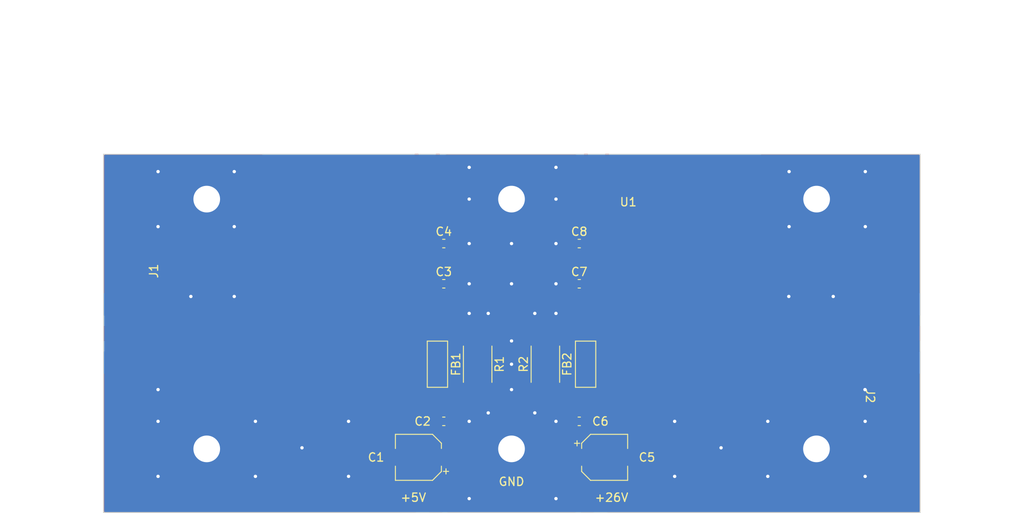
<source format=kicad_pcb>
(kicad_pcb (version 20221018) (generator pcbnew)
  (layers (0 "F.Cu" signal) (1 "In1.Cu" signal) (2 "In2.Cu" signal) (31 "B.Cu" signal) (34 "B.Paste" user) (35 "F.Paste" user) (36 "B.SilkS" user "B.Silkscreen") (37 "F.SilkS" user "F.Silkscreen") (38 "B.Mask" user) (39 "F.Mask" user) (44 "Edge.Cuts" user))
  (net 0 "")
  (net 1 "+5V")
  (net 2 "GND")
  (net 3 "Net-(U1-VS1)")
  (net 4 "+24V")
  (net 5 "Net-(U1-VS2)")
  (net 6 "Net-(J1-In)")
  (net 7 "Net-(J2-In)")
  (footprint "Capacitor_SMD:CP_Elec_5x5.4" (layer "F.Cu") (at 134.1938 121.4358 180)
    (fp_text reference "C1" (at 5.08 0) (layer "F.SilkS"))
    (fp_text value "10uF")
    (fp_line (start -3.625 -1.685) (end -3 -1.685) (stroke (width 0.12)) (layer "F.SilkS"))
    (fp_line (start -3.3125 -1.9975) (end -3.3125 -1.3725) (stroke (width 0.12)) (layer "F.SilkS"))
    (fp_line (start -2.76 -1.695563) (end -2.76 -1.06) (stroke (width 0.12)) (layer "F.SilkS"))
    (fp_line (start -2.76 -1.695563) (end -1.695563 -2.76) (stroke (width 0.12)) (layer "F.SilkS"))
    (fp_line (start -2.76 1.695563) (end -2.76 1.06) (stroke (width 0.12)) (layer "F.SilkS"))
    (fp_line (start -2.76 1.695563) (end -1.695563 2.76) (stroke (width 0.12)) (layer "F.SilkS"))
    (fp_line (start -1.695563 -2.76) (end 2.76 -2.76) (stroke (width 0.12)) (layer "F.SilkS"))
    (fp_line (start -1.695563 2.76) (end 2.76 2.76) (stroke (width 0.12)) (layer "F.SilkS"))
    (fp_line (start 2.76 -2.76) (end 2.76 -1.06) (stroke (width 0.12)) (layer "F.SilkS"))
    (fp_line (start 2.76 2.76) (end 2.76 1.06) (stroke (width 0.12)) (layer "F.SilkS"))
    (pad "1" smd roundrect (at -2.2 0 180) (size 3 1.6) (layers "F.Cu" "F.Paste" "F.Mask") (roundrect_rratio 0.15625) (net 1 "+5V"))
    (pad "2" smd roundrect (at 2.2 0 180) (size 3 1.6) (layers "F.Cu" "F.Paste" "F.Mask") (roundrect_rratio 0.15625) (net 2 "GND"))
  )
  (footprint "Capacitor_SMD:C_0603_1608Metric" (layer "F.Cu") (at 137.2418 117.1178)
    (fp_text reference "C2" (at -2.54 0) (layer "F.SilkS"))
    (fp_text value "10nF")
    (fp_line (start -0.14058 -0.51) (end 0.14058 -0.51) (stroke (width 0.12)) (layer "F.SilkS"))
    (fp_line (start -0.14058 0.51) (end 0.14058 0.51) (stroke (width 0.12)) (layer "F.SilkS"))
    (pad "1" smd roundrect (at -0.775 0) (size 0.9 0.95) (layers "F.Cu" "F.Paste" "F.Mask") (net 1 "+5V"))
    (pad "2" smd roundrect (at 0.775 0) (size 0.9 0.95) (layers "F.Cu" "F.Paste" "F.Mask") (net 2 "GND"))
  )
  (footprint "Capacitor_SMD:C_0603_1608Metric" (layer "F.Cu") (at 137.2418 100.6078)
    (fp_text reference "C3" (at 0 -1.43) (layer "F.SilkS"))
    (fp_text value "100pF")
    (fp_line (start -0.14058 -0.51) (end 0.14058 -0.51) (stroke (width 0.12)) (layer "F.SilkS"))
    (fp_line (start -0.14058 0.51) (end 0.14058 0.51) (stroke (width 0.12)) (layer "F.SilkS"))
    (pad "1" smd roundrect (at -0.775 0) (size 0.9 0.95) (layers "F.Cu" "F.Paste" "F.Mask") (net 3 "Net-(U1-VS1)"))
    (pad "2" smd roundrect (at 0.775 0) (size 0.9 0.95) (layers "F.Cu" "F.Paste" "F.Mask") (net 2 "GND"))
  )
  (footprint "Capacitor_SMD:C_0603_1608Metric" (layer "F.Cu") (at 137.2418 95.7818)
    (fp_text reference "C4" (at 0 -1.43) (layer "F.SilkS"))
    (fp_text value "10pF")
    (fp_line (start -0.14058 -0.51) (end 0.14058 -0.51) (stroke (width 0.12)) (layer "F.SilkS"))
    (fp_line (start -0.14058 0.51) (end 0.14058 0.51) (stroke (width 0.12)) (layer "F.SilkS"))
    (pad "1" smd roundrect (at -0.775 0) (size 0.9 0.95) (layers "F.Cu" "F.Paste" "F.Mask") (net 3 "Net-(U1-VS1)"))
    (pad "2" smd roundrect (at 0.775 0) (size 0.9 0.95) (layers "F.Cu" "F.Paste" "F.Mask") (net 2 "GND"))
  )
  (footprint "Capacitor_SMD:CP_Elec_5x5.4" (layer "F.Cu") (at 156.5458 121.4358)
    (fp_text reference "C5" (at 5.08 0 180) (layer "F.SilkS"))
    (fp_text value "10uF")
    (fp_line (start -3.625 -1.685) (end -3 -1.685) (stroke (width 0.12)) (layer "F.SilkS"))
    (fp_line (start -3.3125 -1.9975) (end -3.3125 -1.3725) (stroke (width 0.12)) (layer "F.SilkS"))
    (fp_line (start -2.76 -1.695563) (end -2.76 -1.06) (stroke (width 0.12)) (layer "F.SilkS"))
    (fp_line (start -2.76 -1.695563) (end -1.695563 -2.76) (stroke (width 0.12)) (layer "F.SilkS"))
    (fp_line (start -2.76 1.695563) (end -2.76 1.06) (stroke (width 0.12)) (layer "F.SilkS"))
    (fp_line (start -2.76 1.695563) (end -1.695563 2.76) (stroke (width 0.12)) (layer "F.SilkS"))
    (fp_line (start -1.695563 -2.76) (end 2.76 -2.76) (stroke (width 0.12)) (layer "F.SilkS"))
    (fp_line (start -1.695563 2.76) (end 2.76 2.76) (stroke (width 0.12)) (layer "F.SilkS"))
    (fp_line (start 2.76 -2.76) (end 2.76 -1.06) (stroke (width 0.12)) (layer "F.SilkS"))
    (fp_line (start 2.76 2.76) (end 2.76 1.06) (stroke (width 0.12)) (layer "F.SilkS"))
    (pad "1" smd roundrect (at -2.2 0) (size 3 1.6) (layers "F.Cu" "F.Paste" "F.Mask") (roundrect_rratio 0.15625) (net 4 "+24V"))
    (pad "2" smd roundrect (at 2.2 0) (size 3 1.6) (layers "F.Cu" "F.Paste" "F.Mask") (roundrect_rratio 0.15625) (net 2 "GND"))
  )
  (footprint "Capacitor_SMD:C_0603_1608Metric" (layer "F.Cu") (at 153.4978 117.1178)
    (fp_text reference "C6" (at 2.54 0) (layer "F.SilkS"))
    (fp_text value "10nF")
    (fp_line (start -0.14058 -0.51) (end 0.14058 -0.51) (stroke (width 0.12)) (layer "F.SilkS"))
    (fp_line (start -0.14058 0.51) (end 0.14058 0.51) (stroke (width 0.12)) (layer "F.SilkS"))
    (pad "1" smd roundrect (at -0.775 0) (size 0.9 0.95) (layers "F.Cu" "F.Paste" "F.Mask") (net 2 "GND"))
    (pad "2" smd roundrect (at 0.775 0) (size 0.9 0.95) (layers "F.Cu" "F.Paste" "F.Mask") (net 4 "+24V"))
  )
  (footprint "Capacitor_SMD:C_0603_1608Metric" (layer "F.Cu") (at 153.4978 100.6078)
    (fp_text reference "C7" (at 0 -1.43) (layer "F.SilkS"))
    (fp_text value "100pF")
    (fp_line (start -0.14058 -0.51) (end 0.14058 -0.51) (stroke (width 0.12)) (layer "F.SilkS"))
    (fp_line (start -0.14058 0.51) (end 0.14058 0.51) (stroke (width 0.12)) (layer "F.SilkS"))
    (pad "1" smd roundrect (at -0.775 0) (size 0.9 0.95) (layers "F.Cu" "F.Paste" "F.Mask") (net 2 "GND"))
    (pad "2" smd roundrect (at 0.775 0) (size 0.9 0.95) (layers "F.Cu" "F.Paste" "F.Mask") (net 5 "Net-(U1-VS2)"))
  )
  (footprint "Capacitor_SMD:C_0603_1608Metric" (layer "F.Cu") (at 153.4978 95.7818)
    (fp_text reference "C8" (at 0 -1.43) (layer "F.SilkS"))
    (fp_text value "10pF")
    (fp_line (start -0.14058 -0.51) (end 0.14058 -0.51) (stroke (width 0.12)) (layer "F.SilkS"))
    (fp_line (start -0.14058 0.51) (end 0.14058 0.51) (stroke (width 0.12)) (layer "F.SilkS"))
    (pad "1" smd roundrect (at -0.775 0) (size 0.9 0.95) (layers "F.Cu" "F.Paste" "F.Mask") (net 2 "GND"))
    (pad "2" smd roundrect (at 0.775 0) (size 0.9 0.95) (layers "F.Cu" "F.Paste" "F.Mask") (net 5 "Net-(U1-VS2)"))
  )
  (footprint "Inductor_THT:L_Axial_L5.3mm_D2.2mm_P7.62mm_Horizontal_Vishay_IM-1" (layer "F.Cu") (at 136.4798 106.4498 -90)
    (fp_text reference "FB1" (at 3.81 -2.22 90) (layer "F.SilkS"))
    (fp_text value "FB")
    (fp_line (start 1.04 -1.22) (end 1.04 1.22) (stroke (width 0.12)) (layer "F.SilkS"))
    (fp_line (start 1.04 1.22) (end 6.58 1.22) (stroke (width 0.12)) (layer "F.SilkS"))
    (fp_line (start 6.58 -1.22) (end 1.04 -1.22) (stroke (width 0.12)) (layer "F.SilkS"))
    (fp_line (start 6.58 1.22) (end 6.58 -1.22) (stroke (width 0.12)) (layer "F.SilkS"))
    (pad "1" smd rect (at 0 0 270) (size 1.6 1.6) (layers "F.Cu" "F.Paste" "F.Mask") (net 3 "Net-(U1-VS1)"))
    (pad "2" smd rect (at 7.62 0 270) (size 1.6 1.6) (layers "F.Cu" "F.Paste" "F.Mask") (net 1 "+5V"))
  )
  (footprint "Inductor_THT:L_Axial_L5.3mm_D2.2mm_P7.62mm_Horizontal_Vishay_IM-1" (layer "F.Cu") (at 154.2598 114.0698 90)
    (fp_text reference "FB2" (at 3.81 -2.22 90) (layer "F.SilkS"))
    (fp_text value "FB")
    (fp_line (start 1.04 -1.22) (end 1.04 1.22) (stroke (width 0.12)) (layer "F.SilkS"))
    (fp_line (start 1.04 1.22) (end 6.58 1.22) (stroke (width 0.12)) (layer "F.SilkS"))
    (fp_line (start 6.58 -1.22) (end 1.04 -1.22) (stroke (width 0.12)) (layer "F.SilkS"))
    (fp_line (start 6.58 1.22) (end 6.58 -1.22) (stroke (width 0.12)) (layer "F.SilkS"))
    (pad "1" smd rect (at 0 0 90) (size 1.6 1.6) (layers "F.Cu" "F.Paste" "F.Mask") (net 4 "+24V"))
    (pad "2" smd rect (at 7.62 0 90) (size 1.6 1.6) (layers "F.Cu" "F.Paste" "F.Mask") (net 5 "Net-(U1-VS2)"))
  )
  (footprint "BGY2016 Amplifier:Molex_73251-2120" (layer "F.Cu") (at 98.5445 106.577379 90)
    (fp_text reference "J1" (at 7.5 3.9 90 unlocked) (layer "F.SilkS"))
    (fp_text value "Molex 732512120")
    (pad "1" smd rect (at 0 0 90) (size 1.78 4.19) (layers "F.Cu" "F.Paste" "F.Mask") (net 6 "Net-(J1-In)"))
    (pad "2" smd rect (at -3.49 0 90) (size 2.66 4.19) (layers "F.Cu" "F.Paste" "F.Mask") (net 2 "GND"))
    (pad "2" smd rect (at -3.49 0 90) (size 2.66 4.19) (layers "B.Cu" "B.Paste" "B.Mask") (net 2 "GND"))
    (pad "2" smd rect (at 3.49 0 90) (size 2.66 4.19) (layers "F.Cu" "F.Paste" "F.Mask") (net 2 "GND"))
    (pad "2" smd rect (at 3.49 0 90) (size 2.66 4.19) (layers "B.Cu" "B.Paste" "B.Mask") (net 2 "GND"))
  )
  (footprint "BGY2016 Amplifier:Molex_73251-2120" (layer "F.Cu") (at 192.312 106.563 -90)
    (fp_text reference "J2" (at 7.5 3.9 -90 unlocked) (layer "F.SilkS"))
    (fp_text value "Molex 732512120")
    (pad "1" smd rect (at 0 0 270) (size 1.78 4.19) (layers "F.Cu" "F.Paste" "F.Mask") (net 7 "Net-(J2-In)"))
    (pad "2" smd rect (at -3.49 0 270) (size 2.66 4.19) (layers "F.Cu" "F.Paste" "F.Mask") (net 2 "GND"))
    (pad "2" smd rect (at -3.49 0 270) (size 2.66 4.19) (layers "B.Cu" "B.Paste" "B.Mask") (net 2 "GND"))
    (pad "2" smd rect (at 3.49 0 270) (size 2.66 4.19) (layers "F.Cu" "F.Paste" "F.Mask") (net 2 "GND"))
    (pad "2" smd rect (at 3.49 0 270) (size 2.66 4.19) (layers "B.Cu" "B.Paste" "B.Mask") (net 2 "GND"))
  )
  (footprint "Resistor_SMD:R_2512_6332Metric" (layer "F.Cu") (at 141.3058 110.2598 -90)
    (fp_text reference "R1" (at 0 -2.62 90) (layer "F.SilkS"))
    (fp_text value "10R")
    (fp_line (start -2.177064 -1.71) (end 2.177064 -1.71) (stroke (width 0.12)) (layer "F.SilkS"))
    (fp_line (start -2.177064 1.71) (end 2.177064 1.71) (stroke (width 0.12)) (layer "F.SilkS"))
    (pad "1" smd roundrect (at -2.9625 0 270) (size 1.225 3.35) (layers "F.Cu" "F.Paste" "F.Mask") (roundrect_rratio 0.2040816327) (net 3 "Net-(U1-VS1)"))
    (pad "2" smd roundrect (at 2.9625 0 270) (size 1.225 3.35) (layers "F.Cu" "F.Paste" "F.Mask") (roundrect_rratio 0.2040816327) (net 1 "+5V"))
  )
  (footprint "Resistor_SMD:R_2512_6332Metric" (layer "F.Cu") (at 149.4338 110.2598 90)
    (fp_text reference "R2" (at 0 -2.62 90) (layer "F.SilkS"))
    (fp_text value "10R")
    (fp_line (start -2.177064 -1.71) (end 2.177064 -1.71) (stroke (width 0.12)) (layer "F.SilkS"))
    (fp_line (start -2.177064 1.71) (end 2.177064 1.71) (stroke (width 0.12)) (layer "F.SilkS"))
    (pad "1" smd roundrect (at -2.9625 0 90) (size 1.225 3.35) (layers "F.Cu" "F.Paste" "F.Mask") (roundrect_rratio 0.2040816327) (net 4 "+24V"))
    (pad "2" smd roundrect (at 2.9625 0 90) (size 1.225 3.35) (layers "F.Cu" "F.Paste" "F.Mask") (roundrect_rratio 0.2040816327) (net 5 "Net-(U1-VS2)"))
  )
  (footprint "BGY2016 Amplifier:BGY2016" (layer "F.Cu") (at 145.412 88.263)
    (fp_text reference "U1" (at 13.97 2.54) (layer "F.SilkS"))
    (fp_text value "BGY2016")
    (pad "1" smd rect (at -11.43 0) (size 0.45 6.5) (layers "F.Cu" "F.Paste" "F.Mask") (net 6 "Net-(J1-In)"))
    (pad "2" smd rect (at -8.89 0) (size 0.45 6.5) (layers "F.Cu" "F.Paste" "F.Mask") (net 3 "Net-(U1-VS1)"))
    (pad "3" smd rect (at 8.89 0) (size 0.45 6.5) (layers "F.Cu" "F.Paste" "F.Mask") (net 5 "Net-(U1-VS2)"))
    (pad "4" smd rect (at 11.43 0) (size 0.45 6.5) (layers "F.Cu" "F.Paste" "F.Mask") (net 7 "Net-(J2-In)"))
  )
  (gr_line (start 96.412 128.063) (end 96.412 85.063) (stroke (width 0.1)) (layer "Edge.Cuts"))
  (gr_line (start 96.412 85.063) (end 194.412 85.063) (stroke (width 0.1)) (layer "Edge.Cuts"))
  (gr_line (start 96.412 128.063) (end 194.412 128.063) (stroke (width 0.1)) (layer "Edge.Cuts"))
  (gr_line (start 194.412 85.063) (end 194.412 128.063) (stroke (width 0.1)) (layer "Edge.Cuts"))
  (gr_text "GND" (at 145.3698 124.3568) (layer "F.SilkS") (effects (font (size 1 1))))
  (gr_text "+5V" (at 135.2098 126.2618) (layer "F.SilkS") (effects (font (size 1 1)) (justify right)))
  (gr_text "+26V" (at 155.2758 126.2618) (layer "F.SilkS") (effects (font (size 1 1)) (justify left)))
  (via (at 178.680881 87.1458) (size 0.8) (drill 0.4) (layers "F.Cu" "B.Cu") (net 2))
  (via (at 178.6438 102.1318) (size 0.8) (drill 0.4) (layers "F.Cu" "B.Cu") (net 2))
  (via (at 140.2898 86.6378) (size 0.8) (drill 0.4) (layers "F.Cu" "B.Cu") (net 2))
  (via (at 150.7038 90.4478) (size 0.8) (drill 0.4) (layers "F.Cu" "B.Cu") (net 2))
  (via (at 187.807004 117.1178) (size 0.8) (drill 0.4) (layers "F.Cu" "B.Cu") (net 2))
  (via (at 145.3698 120.4198) (size 5.8) (drill 3.2) (layers "F.Cu" "B.Cu") (net 2))
  (via (at 140.2898 90.4478) (size 0.8) (drill 0.4) (layers "F.Cu" "B.Cu") (net 2))
  (via (at 140.2898 100.6078) (size 0.8) (drill 0.4) (layers "F.Cu" "B.Cu") (net 2))
  (via (at 164.947004 123.7218) (size 0.8) (drill 0.4) (layers "F.Cu" "B.Cu") (net 2))
  (via (at 170.5158 120.2928) (size 0.8) (drill 0.4) (layers "F.Cu" "B.Cu") (net 2))
  (via (at 164.947004 117.1178) (size 0.8) (drill 0.4) (layers "F.Cu" "B.Cu") (net 2))
  (via (at 102.9518 123.7218) (size 0.8) (drill 0.4) (layers "F.Cu" "B.Cu") (net 2))
  (via (at 181.965004 120.4198) (size 5.8) (drill 3.2) (layers "F.Cu" "B.Cu") (net 2))
  (via (at 145.3698 107.4658) (size 0.8) (drill 0.4) (layers "F.Cu" "B.Cu") (net 2))
  (via (at 150.7038 100.6078) (size 0.8) (drill 0.4) (layers "F.Cu" "B.Cu") (net 2))
  (via (at 150.7038 117.1178) (size 0.8) (drill 0.4) (layers "F.Cu" "B.Cu") (net 2))
  (via (at 140.2898 95.7818) (size 0.8) (drill 0.4) (layers "F.Cu" "B.Cu") (net 2))
  (via (at 142.5758 104.1638) (size 0.8) (drill 0.4) (layers "F.Cu" "B.Cu") (net 2))
  (via (at 150.7038 126.3888) (size 0.8) (drill 0.4) (layers "F.Cu" "B.Cu") (net 2))
  (via (at 148.1638 116.1018) (size 0.8) (drill 0.4) (layers "F.Cu" "B.Cu") (net 2))
  (via (at 178.680881 93.7498) (size 0.8) (drill 0.4) (layers "F.Cu" "B.Cu") (net 2))
  (via (at 150.7038 86.6378) (size 0.8) (drill 0.4) (layers "F.Cu" "B.Cu") (net 2))
  (via (at 181.982881 90.4478) (size 5.8) (drill 3.2) (layers "F.Cu" "B.Cu") (net 2))
  (via (at 187.824881 87.1458) (size 0.8) (drill 0.4) (layers "F.Cu" "B.Cu") (net 2))
  (via (at 108.7938 90.4478) (size 5.8) (drill 3.2) (layers "F.Cu" "B.Cu") (net 2))
  (via (at 112.0958 102.1318) (size 0.8) (drill 0.4) (layers "F.Cu" "B.Cu") (net 2))
  (via (at 114.6358 123.7218) (size 0.8) (drill 0.4) (layers "F.Cu" "B.Cu") (net 2))
  (via (at 120.2238 120.2928) (size 0.8) (drill 0.4) (layers "F.Cu" "B.Cu") (net 2))
  (via (at 183.9778 102.1318) (size 0.8) (drill 0.4) (layers "F.Cu" "B.Cu") (net 2))
  (via (at 145.3698 90.4478) (size 5.8) (drill 3.2) (layers "F.Cu" "B.Cu") (net 2))
  (via (at 142.5758 116.1018) (size 0.8) (drill 0.4) (layers "F.Cu" "B.Cu") (net 2))
  (via (at 106.8888 102.1318) (size 0.8) (drill 0.4) (layers "F.Cu" "B.Cu") (net 2))
  (via (at 148.1638 104.1638) (size 0.8) (drill 0.4) (layers "F.Cu" "B.Cu") (net 2))
  (via (at 102.9518 117.1178) (size 0.8) (drill 0.4) (layers "F.Cu" "B.Cu") (net 2))
  (via (at 102.9518 93.7498) (size 0.8) (drill 0.4) (layers "F.Cu" "B.Cu") (net 2))
  (via (at 150.7038 95.7818) (size 0.8) (drill 0.4) (layers "F.Cu" "B.Cu") (net 2))
  (via (at 176.123004 117.1178) (size 0.8) (drill 0.4) (layers "F.Cu" "B.Cu") (net 2))
  (via (at 145.3698 95.7818) (size 0.8) (drill 0.4) (layers "F.Cu" "B.Cu") (net 2))
  (via (at 114.6358 117.1178) (size 0.8) (drill 0.4) (layers "F.Cu" "B.Cu") (net 2))
  (via (at 102.9518 87.1458) (size 0.8) (drill 0.4) (layers "F.Cu" "B.Cu") (net 2))
  (via (at 187.807004 123.7218) (size 0.8) (drill 0.4) (layers "F.Cu" "B.Cu") (net 2))
  (via (at 140.2898 126.3888) (size 0.8) (drill 0.4) (layers "F.Cu" "B.Cu") (net 2))
  (via (at 150.7038 104.1638) (size 0.8) (drill 0.4) (layers "F.Cu" "B.Cu") (net 2))
  (via (at 102.9518 113.3078) (size 0.8) (drill 0.4) (layers "F.Cu" "B.Cu") (net 2))
  (via (at 125.8118 117.1178) (size 0.8) (drill 0.4) (layers "F.Cu" "B.Cu") (net 2))
  (via (at 145.3698 113.3078) (size 0.8) (drill 0.4) (layers "F.Cu" "B.Cu") (net 2))
  (via (at 176.123004 123.7218) (size 0.8) (drill 0.4) (layers "F.Cu" "B.Cu") (net 2))
  (via (at 125.8118 123.7218) (size 0.8) (drill 0.4) (layers "F.Cu" "B.Cu") (net 2))
  (via (at 145.3698 100.6078) (size 0.8) (drill 0.4) (layers "F.Cu" "B.Cu") (net 2))
  (via (at 145.3698 110.2598) (size 0.8) (drill 0.4) (layers "F.Cu" "B.Cu") (net 2))
  (via (at 108.7938 120.4198) (size 5.8) (drill 3.2) (layers "F.Cu" "B.Cu") (net 2))
  (via (at 112.0958 87.1458) (size 0.8) (drill 0.4) (layers "F.Cu" "B.Cu") (net 2))
  (via (at 140.2898 117.1178) (size 0.8) (drill 0.4) (layers "F.Cu" "B.Cu") (net 2))
  (via (at 140.2898 104.1638) (size 0.8) (drill 0.4) (layers "F.Cu" "B.Cu") (net 2))
  (via (at 112.0958 93.7498) (size 0.8) (drill 0.4) (layers "F.Cu" "B.Cu") (net 2))
  (via (at 187.7878 113.3078) (size 0.8) (drill 0.4) (layers "F.Cu" "B.Cu") (net 2))
  (via (at 187.824881 93.7498) (size 0.8) (drill 0.4) (layers "F.Cu" "B.Cu") (net 2))
  (segment (start 154.302 88.263) (end 154.2598 88.3052) (width 0.25) (layer "F.Cu") (net 5))
  (segment (start 118.982 106.563) (end 98.558879 106.563) (width 0.353) (layer "F.Cu") (net 6))
  (segment (start 98.558879 106.563) (end 98.5445 106.577379) (width 0.353) (layer "F.Cu") (net 6))
  (segment (start 133.982 88.263) (end 133.982 91.563) (width 0.353) (layer "F.Cu") (net 6))
  (arc (start 133.982 91.563) (mid 129.588602 102.169602) (end 118.982 106.563) (width 0.353) (layer "F.Cu") (net 6))
  (segment (start 171.7998 106.5768) (end 192.2982 106.5768) (width 0.353) (layer "F.Cu") (net 7))
  (segment (start 192.2982 106.5768) (end 192.312 106.563) (width 0.353) (layer "F.Cu") (net 7))
  (segment (start 156.7998 88.3052) (end 156.7998 91.5768) (width 0.353) (layer "F.Cu") (net 7))
  (segment (start 156.842 88.263) (end 156.7998 88.3052) (width 0.25) (layer "F.Cu") (net 7))
  (arc (start 156.7998 91.5768) (mid 161.193198 102.183402) (end 171.7998 106.5768) (width 0.353) (layer "F.Cu") (net 7))
  (zone (net 1) (net_name "+5V") (layer "F.Cu") (connect_pads yes (clearance 0.508)) (min_thickness 0.254) (fill yes (thermal_gap 0.508) (thermal_bridge_width 0.508))
    (polygon (pts (xy 143.0838 115.0858) (xy 136.9878 115.0858) (xy 136.9878 117.8798) (xy 137.4958 117.8798) (xy 137.4958 128.0398) (xy 135.4638 128.0398) (xy 135.4638 112.5458) (xy 143.0838 112.5458)))
  )
  (zone (net 2) (net_name "GND") (layer "F.Cu") (connect_pads yes (clearance 0.508)) (min_thickness 0.254) (fill yes (thermal_gap 0.508) (thermal_bridge_width 0.508))
    (polygon (pts (xy 115.5248 103.6558) (xy 96.4118 103.6558) (xy 96.4118 85.1138) (xy 115.5248 85.1138)))
  )
  (zone (net 4) (net_name "+24V") (layer "F.Cu") (connect_pads yes (clearance 0.508)) (min_thickness 0.254) (fill yes (thermal_gap 0.508) (thermal_bridge_width 0.508))
    (polygon (pts (xy 155.2758 128.0398) (xy 153.2438 128.0398) (xy 153.2438 117.8798) (xy 153.7518 117.8798) (xy 153.7518 115.0858) (xy 147.6558 115.0858) (xy 147.6558 112.5458) (xy 155.2758 112.5458)))
  )
  (zone (net 2) (net_name "GND") (layer "F.Cu") (connect_pads yes (clearance 0.508)) (min_thickness 0.254) (fill yes (thermal_gap 0.508) (thermal_bridge_width 0.508))
    (polygon (pts (xy 175.251881 103.6558) (xy 194.464881 103.5558) (xy 194.464881 85.0138) (xy 175.251881 85.1138)))
  )
  (zone (net 3) (net_name "Net-(U1-VS1)") (layer "F.Cu") (connect_pads yes (clearance 0.508)) (min_thickness 0.254) (fill yes (thermal_gap 0.508) (thermal_bridge_width 0.508))
    (polygon (pts (xy 136.9878 105.1798) (xy 143.0838 105.1798) (xy 143.0838 107.9738) (xy 135.4638 107.9738) (xy 135.4638 105.1798) (xy 135.9718 105.1798) (xy 135.9718 85.6218) (xy 136.9878 85.6218)))
  )
  (zone (net 2) (net_name "GND") (layer "F.Cu") (connect_pads yes (clearance 0.508)) (min_thickness 0.254) (fill yes (thermal_gap 0.508) (thermal_bridge_width 0.508))
    (polygon (pts (xy 185.013004 115.3398) (xy 156.819004 115.3398) (xy 156.819004 128.0398) (xy 194.447004 128.0398) (xy 194.447004 109.4978) (xy 185.013004 109.4978)))
  )
  (zone (net 5) (net_name "Net-(U1-VS2)") (layer "F.Cu") (connect_pads yes (clearance 0.508)) (min_thickness 0.254) (fill yes (thermal_gap 0.508) (thermal_bridge_width 0.508))
    (polygon (pts (xy 154.7678 105.1798) (xy 155.2758 105.1798) (xy 155.2758 107.9738) (xy 147.6558 107.9738) (xy 147.6558 105.1798) (xy 153.7518 105.1798) (xy 153.7518 95.0198) (xy 153.7518 85.3678) (xy 154.7678 85.3678)))
  )
  (zone (net 2) (net_name "GND") (layer "F.Cu") (connect_pads yes (clearance 0.508)) (min_thickness 0.254) (fill yes (thermal_gap 0.508) (thermal_bridge_width 0.508))
    (polygon (pts (xy 105.7458 115.3398) (xy 133.9398 115.3398) (xy 133.9398 128.0398) (xy 96.4118 128.0398) (xy 96.4118 109.4978) (xy 105.7458 109.4978)))
  )
  (zone (net 2) (net_name "GND") (layer "F.Cu") (connect_pads yes (clearance 0.508)) (min_thickness 0.254) (fill yes (thermal_gap 0.508) (thermal_bridge_width 0.508))
    (polygon (pts (xy 153.2438 105.0528) (xy 147.5288 105.0528) (xy 147.5288 115.2128) (xy 153.2438 115.2128) (xy 153.2438 117.7528) (xy 153.1168 117.7528) (xy 153.1168 128.0398) (xy 137.6228 128.0398) (xy 137.6228 117.8798) (xy 137.4958 117.8798) (xy 137.4958 115.2128) (xy 143.2108 115.2128) (xy 143.2108 105.0528) (xy 137.4958 105.0528) (xy 137.4323 84.9868) (xy 153.1803 84.9868)))
  )
  (zone (net 2) (net_name "GND") (layer "B.Cu") (connect_pads yes (clearance 0.508)) (min_thickness 0.254) (fill yes (thermal_gap 0.508) (thermal_bridge_width 0.508))
    (polygon (pts (xy 194.4278 128.0398) (xy 96.4848 128.0398) (xy 96.4848 85.1138) (xy 194.4278 85.1138)))
  )
)
</source>
